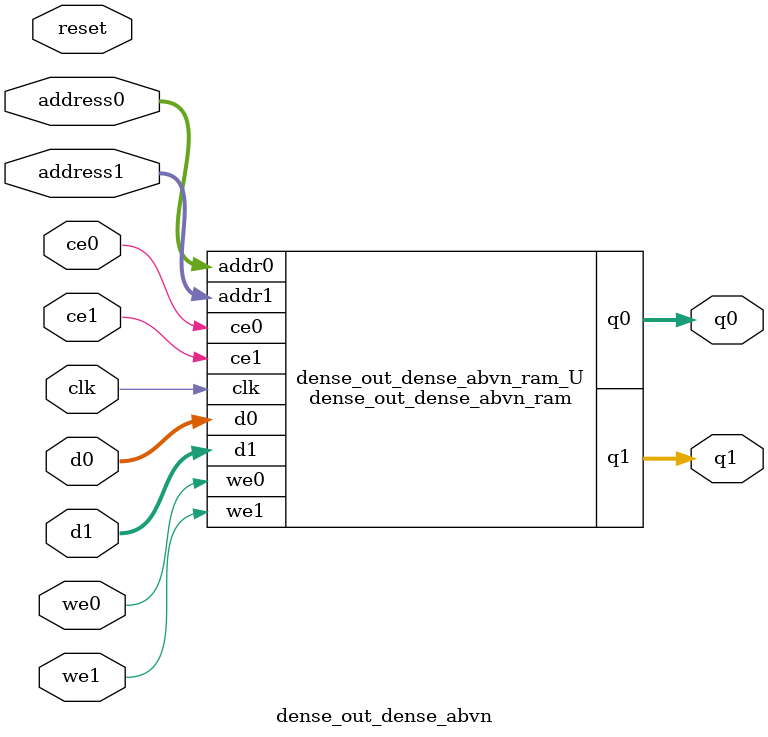
<source format=v>
`timescale 1 ns / 1 ps
module dense_out_dense_abvn_ram (addr0, ce0, d0, we0, q0, addr1, ce1, d1, we1, q1,  clk);

parameter DWIDTH = 14;
parameter AWIDTH = 4;
parameter MEM_SIZE = 10;

input[AWIDTH-1:0] addr0;
input ce0;
input[DWIDTH-1:0] d0;
input we0;
output reg[DWIDTH-1:0] q0;
input[AWIDTH-1:0] addr1;
input ce1;
input[DWIDTH-1:0] d1;
input we1;
output reg[DWIDTH-1:0] q1;
input clk;

(* ram_style = "block" *)reg [DWIDTH-1:0] ram[0:MEM_SIZE-1];




always @(posedge clk)  
begin 
    if (ce0) 
    begin
        if (we0) 
        begin 
            ram[addr0] <= d0; 
        end 
        q0 <= ram[addr0];
    end
end


always @(posedge clk)  
begin 
    if (ce1) 
    begin
        if (we1) 
        begin 
            ram[addr1] <= d1; 
        end 
        q1 <= ram[addr1];
    end
end


endmodule

`timescale 1 ns / 1 ps
module dense_out_dense_abvn(
    reset,
    clk,
    address0,
    ce0,
    we0,
    d0,
    q0,
    address1,
    ce1,
    we1,
    d1,
    q1);

parameter DataWidth = 32'd14;
parameter AddressRange = 32'd10;
parameter AddressWidth = 32'd4;
input reset;
input clk;
input[AddressWidth - 1:0] address0;
input ce0;
input we0;
input[DataWidth - 1:0] d0;
output[DataWidth - 1:0] q0;
input[AddressWidth - 1:0] address1;
input ce1;
input we1;
input[DataWidth - 1:0] d1;
output[DataWidth - 1:0] q1;



dense_out_dense_abvn_ram dense_out_dense_abvn_ram_U(
    .clk( clk ),
    .addr0( address0 ),
    .ce0( ce0 ),
    .we0( we0 ),
    .d0( d0 ),
    .q0( q0 ),
    .addr1( address1 ),
    .ce1( ce1 ),
    .we1( we1 ),
    .d1( d1 ),
    .q1( q1 ));

endmodule


</source>
